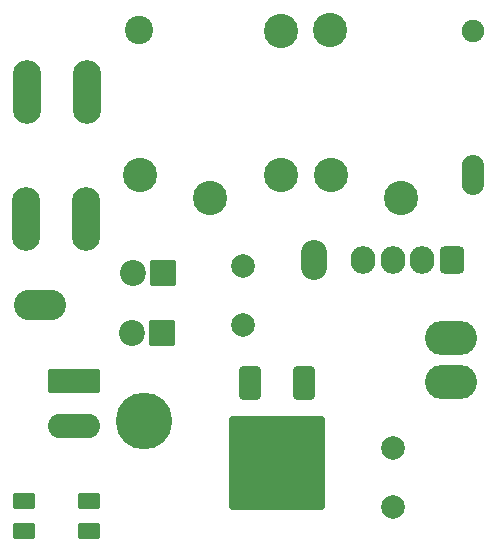
<source format=gbr>
G04 #@! TF.GenerationSoftware,KiCad,Pcbnew,(6.0.7)*
G04 #@! TF.CreationDate,2023-05-10T15:43:49+05:30*
G04 #@! TF.ProjectId,PS440V_to_5V,50533434-3056-45f7-946f-5f35562e6b69,rev?*
G04 #@! TF.SameCoordinates,Original*
G04 #@! TF.FileFunction,Soldermask,Top*
G04 #@! TF.FilePolarity,Negative*
%FSLAX46Y46*%
G04 Gerber Fmt 4.6, Leading zero omitted, Abs format (unit mm)*
G04 Created by KiCad (PCBNEW (6.0.7)) date 2023-05-10 15:43:49*
%MOMM*%
%LPD*%
G01*
G04 APERTURE LIST*
G04 Aperture macros list*
%AMRoundRect*
0 Rectangle with rounded corners*
0 $1 Rounding radius*
0 $2 $3 $4 $5 $6 $7 $8 $9 X,Y pos of 4 corners*
0 Add a 4 corners polygon primitive as box body*
4,1,4,$2,$3,$4,$5,$6,$7,$8,$9,$2,$3,0*
0 Add four circle primitives for the rounded corners*
1,1,$1+$1,$2,$3*
1,1,$1+$1,$4,$5*
1,1,$1+$1,$6,$7*
1,1,$1+$1,$8,$9*
0 Add four rect primitives between the rounded corners*
20,1,$1+$1,$2,$3,$4,$5,0*
20,1,$1+$1,$4,$5,$6,$7,0*
20,1,$1+$1,$6,$7,$8,$9,0*
20,1,$1+$1,$8,$9,$2,$3,0*%
G04 Aperture macros list end*
%ADD10RoundRect,0.200000X-0.700000X1.200000X-0.700000X-1.200000X0.700000X-1.200000X0.700000X1.200000X0*%
%ADD11RoundRect,0.200000X-3.850000X3.750000X-3.850000X-3.750000X3.850000X-3.750000X3.850000X3.750000X0*%
%ADD12RoundRect,0.200000X0.725000X0.500000X-0.725000X0.500000X-0.725000X-0.500000X0.725000X-0.500000X0*%
%ADD13RoundRect,0.200000X0.900000X0.900000X-0.900000X0.900000X-0.900000X-0.900000X0.900000X-0.900000X0*%
%ADD14C,2.200000*%
%ADD15C,2.900000*%
%ADD16O,1.900000X3.400000*%
%ADD17C,1.900000*%
%ADD18C,2.400000*%
%ADD19O,2.400000X5.400000*%
%ADD20RoundRect,0.200000X-2.000000X-0.850000X2.000000X-0.850000X2.000000X0.850000X-2.000000X0.850000X0*%
%ADD21O,4.400000X2.100000*%
%ADD22C,2.000000*%
%ADD23C,4.800000*%
%ADD24RoundRect,0.450000X0.600000X0.725000X-0.600000X0.725000X-0.600000X-0.725000X0.600000X-0.725000X0*%
%ADD25O,2.100000X2.350000*%
%ADD26O,4.400000X2.600000*%
%ADD27O,4.400000X2.900000*%
%ADD28O,2.200000X3.400000*%
G04 APERTURE END LIST*
D10*
X135380000Y-117300000D03*
D11*
X133100000Y-124050000D03*
D10*
X130820000Y-117300000D03*
D12*
X117150000Y-129770000D03*
X117150000Y-127230000D03*
X111650000Y-127230000D03*
X111650000Y-129770000D03*
D13*
X123400000Y-108000000D03*
D14*
X120860000Y-108000000D03*
D15*
X143600000Y-101600000D03*
D16*
X149650000Y-99650000D03*
D17*
X149650000Y-87450000D03*
D15*
X137600000Y-87400000D03*
X137650000Y-99650000D03*
X127400000Y-101600000D03*
X133450000Y-99650000D03*
X133450000Y-87450000D03*
D18*
X121400000Y-87400000D03*
D15*
X121450000Y-99650000D03*
D19*
X116970000Y-92600000D03*
X111890000Y-92600000D03*
X111830000Y-103400000D03*
X116910000Y-103400000D03*
D20*
X115900000Y-117100000D03*
D21*
X115900000Y-120910000D03*
D13*
X123375000Y-113000000D03*
D14*
X120835000Y-113000000D03*
D22*
X130200000Y-107400000D03*
X130200000Y-112400000D03*
D23*
X121800000Y-120500000D03*
D24*
X147900000Y-106900000D03*
D25*
X145400000Y-106900000D03*
X142900000Y-106900000D03*
X140400000Y-106900000D03*
D26*
X113025000Y-110700000D03*
D27*
X147800000Y-113450000D03*
X147800000Y-117200000D03*
D22*
X142900000Y-122800000D03*
X142900000Y-127800000D03*
D28*
X136200000Y-106900000D03*
M02*

</source>
